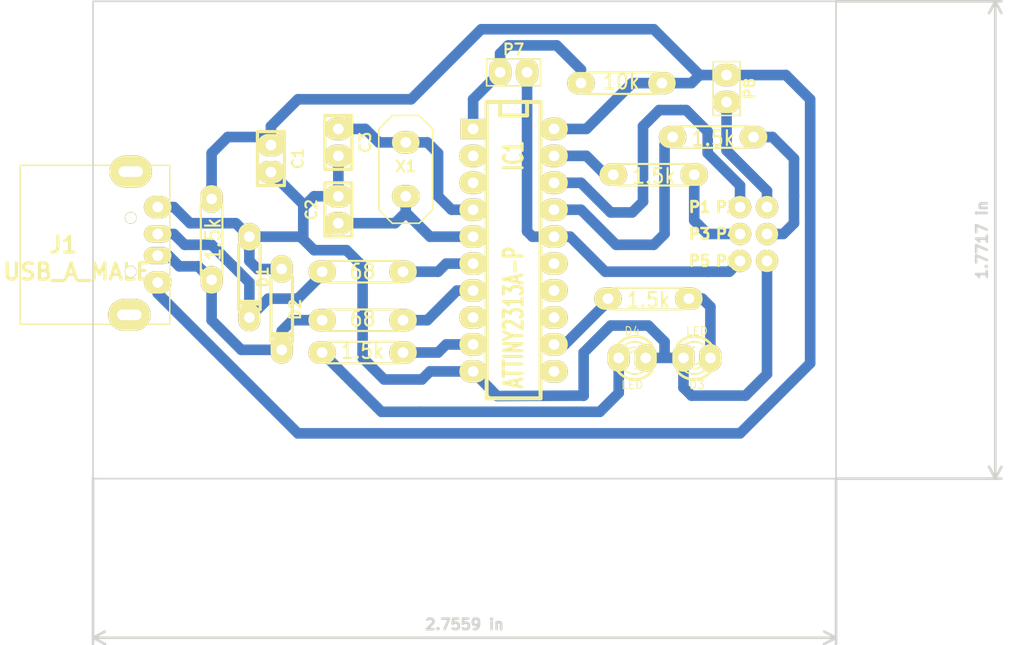
<source format=kicad_pcb>
(kicad_pcb (version 3) (host pcbnew "(2013-mar-13)-testing")

  (general
    (links 39)
    (no_connects 0)
    (area 84.598934 99.924999 185.458334 162.000001)
    (thickness 1.6)
    (drawings 6)
    (tracks 163)
    (zones 0)
    (modules 26)
    (nets 30)
  )

  (page A4)
  (layers
    (15 F.Cu signal)
    (0 B.Cu signal)
    (16 B.Adhes user)
    (17 F.Adhes user)
    (18 B.Paste user)
    (19 F.Paste user)
    (20 B.SilkS user)
    (21 F.SilkS user)
    (22 B.Mask user)
    (23 F.Mask user)
    (24 Dwgs.User user)
    (25 Cmts.User user)
    (26 Eco1.User user)
    (27 Eco2.User user)
    (28 Edge.Cuts user)
  )

  (setup
    (last_trace_width 0.254)
    (user_trace_width 0.8)
    (user_trace_width 1)
    (trace_clearance 0.254)
    (zone_clearance 0.508)
    (zone_45_only no)
    (trace_min 0.254)
    (segment_width 0.2)
    (edge_width 0.15)
    (via_size 0.889)
    (via_drill 0.635)
    (via_min_size 0.889)
    (via_min_drill 0.508)
    (uvia_size 0.508)
    (uvia_drill 0.127)
    (uvias_allowed no)
    (uvia_min_size 0.508)
    (uvia_min_drill 0.127)
    (pcb_text_width 0.3)
    (pcb_text_size 1 1)
    (mod_edge_width 0.15)
    (mod_text_size 1 1)
    (mod_text_width 0.15)
    (pad_size 1 1)
    (pad_drill 0.6)
    (pad_to_mask_clearance 0)
    (aux_axis_origin 0 0)
    (visible_elements FFFCFF7F)
    (pcbplotparams
      (layerselection 1)
      (usegerberextensions false)
      (excludeedgelayer false)
      (linewidth 0.150000)
      (plotframeref false)
      (viasonmask false)
      (mode 1)
      (useauxorigin false)
      (hpglpennumber 1)
      (hpglpenspeed 20)
      (hpglpendiameter 15)
      (hpglpenoverlay 2)
      (psnegative false)
      (psa4output false)
      (plotreference true)
      (plotvalue true)
      (plotothertext true)
      (plotinvisibletext false)
      (padsonsilk false)
      (subtractmaskfromsilk false)
      (outputformat 2)
      (mirror false)
      (drillshape 2)
      (scaleselection 1)
      (outputdirectory ""))
  )

  (net 0 "")
  (net 1 /MISO)
  (net 2 /MOSI)
  (net 3 /RST)
  (net 4 /SCK)
  (net 5 GND)
  (net 6 N-000001)
  (net 7 N-0000010)
  (net 8 N-0000011)
  (net 9 N-0000013)
  (net 10 N-0000014)
  (net 11 N-0000015)
  (net 12 N-0000016)
  (net 13 N-0000017)
  (net 14 N-0000018)
  (net 15 N-0000019)
  (net 16 N-000002)
  (net 17 N-0000020)
  (net 18 N-0000024)
  (net 19 N-0000025)
  (net 20 N-0000026)
  (net 21 N-0000027)
  (net 22 N-0000028)
  (net 23 N-0000029)
  (net 24 N-000003)
  (net 25 N-000004)
  (net 26 N-000005)
  (net 27 N-000006)
  (net 28 N-000009)
  (net 29 VCC)

  (net_class Default "Ceci est la Netclass par défaut"
    (clearance 0.254)
    (trace_width 0.254)
    (via_dia 0.889)
    (via_drill 0.635)
    (uvia_dia 0.508)
    (uvia_drill 0.127)
    (add_net "")
    (add_net /MISO)
    (add_net /MOSI)
    (add_net /RST)
    (add_net /SCK)
    (add_net GND)
    (add_net N-000001)
    (add_net N-0000010)
    (add_net N-0000011)
    (add_net N-0000013)
    (add_net N-0000014)
    (add_net N-0000015)
    (add_net N-0000016)
    (add_net N-0000017)
    (add_net N-0000018)
    (add_net N-0000019)
    (add_net N-000002)
    (add_net N-0000020)
    (add_net N-0000024)
    (add_net N-0000025)
    (add_net N-0000026)
    (add_net N-0000027)
    (add_net N-0000028)
    (add_net N-0000029)
    (add_net N-000003)
    (add_net N-000004)
    (add_net N-000005)
    (add_net N-000006)
    (add_net N-000009)
    (add_net VCC)
  )

  (module A_C1 (layer F.Cu) (tedit 5263A168) (tstamp 5289F7E5)
    (at 111.76 114.824 270)
    (descr "Condensateur e = 1 pas")
    (tags C)
    (path /5288F950)
    (fp_text reference C1 (at 0 -2.54 270) (layer F.SilkS)
      (effects (font (size 1.016 1.016) (thickness 0.2032)))
    )
    (fp_text value 0.1u (at 1.27 -1.27 270) (layer F.SilkS) hide
      (effects (font (size 1.016 1.016) (thickness 0.2032)))
    )
    (fp_line (start -2.4892 -1.27) (end 2.54 -1.27) (layer F.SilkS) (width 0.3048))
    (fp_line (start 2.54 -1.27) (end 2.54 1.27) (layer F.SilkS) (width 0.3048))
    (fp_line (start 2.54 1.27) (end -2.54 1.27) (layer F.SilkS) (width 0.3048))
    (fp_line (start -2.54 1.27) (end -2.54 -1.27) (layer F.SilkS) (width 0.3048))
    (fp_line (start -2.54 -0.635) (end -1.905 -1.27) (layer F.SilkS) (width 0.3048))
    (pad 1 thru_hole oval (at -1.27 0 270) (size 2.1 2.6) (drill 1)
      (layers *.Cu *.Mask F.SilkS)
      (net 29 VCC)
    )
    (pad 2 thru_hole oval (at 1.27 0 270) (size 2.1 2.6) (drill 1)
      (layers *.Cu *.Mask F.SilkS)
      (net 5 GND)
    )
    (model discret/capa_1_pas.wrl
      (at (xyz 0 0 0))
      (scale (xyz 1 1 1))
      (rotate (xyz 0 0 0))
    )
  )

  (module A_C1 (layer F.Cu) (tedit 5263A168) (tstamp 528903FC)
    (at 118.11 119.65 90)
    (descr "Condensateur e = 1 pas")
    (tags C)
    (path /525EBBE9)
    (fp_text reference C2 (at 0 -2.54 90) (layer F.SilkS)
      (effects (font (size 1.016 1.016) (thickness 0.2032)))
    )
    (fp_text value 27p (at 1.27 -1.27 90) (layer F.SilkS) hide
      (effects (font (size 1.016 1.016) (thickness 0.2032)))
    )
    (fp_line (start -2.4892 -1.27) (end 2.54 -1.27) (layer F.SilkS) (width 0.3048))
    (fp_line (start 2.54 -1.27) (end 2.54 1.27) (layer F.SilkS) (width 0.3048))
    (fp_line (start 2.54 1.27) (end -2.54 1.27) (layer F.SilkS) (width 0.3048))
    (fp_line (start -2.54 1.27) (end -2.54 -1.27) (layer F.SilkS) (width 0.3048))
    (fp_line (start -2.54 -0.635) (end -1.905 -1.27) (layer F.SilkS) (width 0.3048))
    (pad 1 thru_hole oval (at -1.27 0 90) (size 2.1 2.6) (drill 1)
      (layers *.Cu *.Mask F.SilkS)
      (net 27 N-000006)
    )
    (pad 2 thru_hole oval (at 1.27 0 90) (size 2.1 2.6) (drill 1)
      (layers *.Cu *.Mask F.SilkS)
      (net 5 GND)
    )
    (model discret/capa_1_pas.wrl
      (at (xyz 0 0 0))
      (scale (xyz 1 1 1))
      (rotate (xyz 0 0 0))
    )
  )

  (module A_C1 (layer F.Cu) (tedit 5263A168) (tstamp 5289F2E5)
    (at 118.11 113.3 270)
    (descr "Condensateur e = 1 pas")
    (tags C)
    (path /525EBC00)
    (fp_text reference C3 (at 0 -2.54 270) (layer F.SilkS)
      (effects (font (size 1.016 1.016) (thickness 0.2032)))
    )
    (fp_text value 27p (at 1.27 -1.27 270) (layer F.SilkS) hide
      (effects (font (size 1.016 1.016) (thickness 0.2032)))
    )
    (fp_line (start -2.4892 -1.27) (end 2.54 -1.27) (layer F.SilkS) (width 0.3048))
    (fp_line (start 2.54 -1.27) (end 2.54 1.27) (layer F.SilkS) (width 0.3048))
    (fp_line (start 2.54 1.27) (end -2.54 1.27) (layer F.SilkS) (width 0.3048))
    (fp_line (start -2.54 1.27) (end -2.54 -1.27) (layer F.SilkS) (width 0.3048))
    (fp_line (start -2.54 -0.635) (end -1.905 -1.27) (layer F.SilkS) (width 0.3048))
    (pad 1 thru_hole oval (at -1.27 0 270) (size 2.1 2.6) (drill 1)
      (layers *.Cu *.Mask F.SilkS)
      (net 22 N-0000028)
    )
    (pad 2 thru_hole oval (at 1.27 0 270) (size 2.1 2.6) (drill 1)
      (layers *.Cu *.Mask F.SilkS)
      (net 5 GND)
    )
    (model discret/capa_1_pas.wrl
      (at (xyz 0 0 0))
      (scale (xyz 1 1 1))
      (rotate (xyz 0 0 0))
    )
  )

  (module A_D3 (layer F.Cu) (tedit 52890BA8) (tstamp 52890417)
    (at 109.728 126 270)
    (descr "Diode 3 pas")
    (tags "DIODE DEV")
    (path /526383FB)
    (fp_text reference D1 (at 0 -1.27 450) (layer F.SilkS)
      (effects (font (size 1.016 1.016) (thickness 0.2032)))
    )
    (fp_text value 3.3 (at 0 0 270) (layer F.SilkS) hide
      (effects (font (size 1.016 1.016) (thickness 0.2032)))
    )
    (fp_line (start 3.81 0) (end 3.048 0) (layer F.SilkS) (width 0.3048))
    (fp_line (start 3.048 0) (end 3.048 -1.016) (layer F.SilkS) (width 0.3048))
    (fp_line (start 3.048 -1.016) (end -3.048 -1.016) (layer F.SilkS) (width 0.3048))
    (fp_line (start -3.048 -1.016) (end -3.048 0) (layer F.SilkS) (width 0.3048))
    (fp_line (start -3.048 0) (end -3.81 0) (layer F.SilkS) (width 0.3048))
    (fp_line (start -3.048 0) (end -3.048 1.016) (layer F.SilkS) (width 0.3048))
    (fp_line (start -3.048 1.016) (end 3.048 1.016) (layer F.SilkS) (width 0.3048))
    (fp_line (start 3.048 1.016) (end 3.048 0) (layer F.SilkS) (width 0.3048))
    (fp_line (start 2.54 -1.016) (end 2.54 1.016) (layer F.SilkS) (width 0.3048))
    (fp_line (start 2.286 1.016) (end 2.286 -1.016) (layer F.SilkS) (width 0.3048))
    (pad 2 thru_hole oval (at 3.81 0 270) (size 2.6 2.1) (drill 1)
      (layers *.Cu *.Mask F.SilkS)
      (net 6 N-000001)
    )
    (pad 1 thru_hole oval (at -3.81 0 270) (size 2.6 2.1) (drill 1)
      (layers *.Cu *.Mask F.SilkS)
      (net 5 GND)
    )
  )

  (module A_D3 (layer F.Cu) (tedit 5263A7A4) (tstamp 52890427)
    (at 112.776 129.048 270)
    (descr "Diode 3 pas")
    (tags "DIODE DEV")
    (path /526383CB)
    (fp_text reference D2 (at 0 -1.27 270) (layer F.SilkS)
      (effects (font (size 1.016 1.016) (thickness 0.2032)))
    )
    (fp_text value 3.3 (at 0 0 270) (layer F.SilkS) hide
      (effects (font (size 1.016 1.016) (thickness 0.2032)))
    )
    (fp_line (start 3.81 0) (end 3.048 0) (layer F.SilkS) (width 0.3048))
    (fp_line (start 3.048 0) (end 3.048 -1.016) (layer F.SilkS) (width 0.3048))
    (fp_line (start 3.048 -1.016) (end -3.048 -1.016) (layer F.SilkS) (width 0.3048))
    (fp_line (start -3.048 -1.016) (end -3.048 0) (layer F.SilkS) (width 0.3048))
    (fp_line (start -3.048 0) (end -3.81 0) (layer F.SilkS) (width 0.3048))
    (fp_line (start -3.048 0) (end -3.048 1.016) (layer F.SilkS) (width 0.3048))
    (fp_line (start -3.048 1.016) (end 3.048 1.016) (layer F.SilkS) (width 0.3048))
    (fp_line (start 3.048 1.016) (end 3.048 0) (layer F.SilkS) (width 0.3048))
    (fp_line (start 2.54 -1.016) (end 2.54 1.016) (layer F.SilkS) (width 0.3048))
    (fp_line (start 2.286 1.016) (end 2.286 -1.016) (layer F.SilkS) (width 0.3048))
    (pad 2 thru_hole oval (at 3.81 0 270) (size 2.6 2.1) (drill 1)
      (layers *.Cu *.Mask F.SilkS)
      (net 16 N-000002)
    )
    (pad 1 thru_hole oval (at -3.81 0 270) (size 2.6 2.1) (drill 1)
      (layers *.Cu *.Mask F.SilkS)
      (net 5 GND)
    )
  )

  (module A_LED-3MM (layer F.Cu) (tedit 52890053) (tstamp 52890440)
    (at 151.892 133.62 180)
    (path /5288F6E5)
    (fp_text reference D3 (at 0 -2.54 180) (layer F.SilkS)
      (effects (font (size 0.762 0.762) (thickness 0.0889)))
    )
    (fp_text value LED (at 0 2.54 180) (layer F.SilkS)
      (effects (font (size 0.762 0.762) (thickness 0.0889)))
    )
    (fp_line (start 1.8288 1.27) (end 1.8288 -1.27) (layer F.SilkS) (width 0.254))
    (fp_arc (start 0.254 0) (end -1.27 0) (angle 39.8) (layer F.SilkS) (width 0.1524))
    (fp_arc (start 0.254 0) (end -0.88392 1.01092) (angle 41.6) (layer F.SilkS) (width 0.1524))
    (fp_arc (start 0.254 0) (end 1.4097 -0.9906) (angle 40.6) (layer F.SilkS) (width 0.1524))
    (fp_arc (start 0.254 0) (end 1.778 0) (angle 39.8) (layer F.SilkS) (width 0.1524))
    (fp_arc (start 0.254 0) (end 0.254 -1.524) (angle 54.4) (layer F.SilkS) (width 0.1524))
    (fp_arc (start 0.254 0) (end -0.9652 -0.9144) (angle 53.1) (layer F.SilkS) (width 0.1524))
    (fp_arc (start 0.254 0) (end 1.45542 0.93472) (angle 52.1) (layer F.SilkS) (width 0.1524))
    (fp_arc (start 0.254 0) (end 0.254 1.524) (angle 52.1) (layer F.SilkS) (width 0.1524))
    (fp_arc (start 0.254 0) (end -0.381 0) (angle 90) (layer F.SilkS) (width 0.1524))
    (fp_arc (start 0.254 0) (end -0.762 0) (angle 90) (layer F.SilkS) (width 0.1524))
    (fp_arc (start 0.254 0) (end 0.889 0) (angle 90) (layer F.SilkS) (width 0.1524))
    (fp_arc (start 0.254 0) (end 1.27 0) (angle 90) (layer F.SilkS) (width 0.1524))
    (fp_arc (start 0.254 0) (end 0.254 -2.032) (angle 50.1) (layer F.SilkS) (width 0.254))
    (fp_arc (start 0.254 0) (end -1.5367 -0.95504) (angle 61.9) (layer F.SilkS) (width 0.254))
    (fp_arc (start 0.254 0) (end 1.8034 1.31064) (angle 49.7) (layer F.SilkS) (width 0.254))
    (fp_arc (start 0.254 0) (end 0.254 2.032) (angle 60.2) (layer F.SilkS) (width 0.254))
    (fp_arc (start 0.254 0) (end -1.778 0) (angle 28.3) (layer F.SilkS) (width 0.254))
    (fp_arc (start 0.254 0) (end -1.47574 1.06426) (angle 31.6) (layer F.SilkS) (width 0.254))
    (pad 1 thru_hole oval (at -1.27 0 180) (size 2.1 2.6) (drill 1)
      (layers *.Cu *.Mask F.SilkS)
      (net 9 N-0000013)
    )
    (pad 2 thru_hole oval (at 1.27 0 180) (size 2.1 2.6) (drill 1)
      (layers *.Cu *.Mask F.SilkS)
      (net 5 GND)
    )
  )

  (module A_LED-3MM (layer F.Cu) (tedit 52890053) (tstamp 52890459)
    (at 145.796 133.62)
    (path /5288F843)
    (fp_text reference D4 (at 0 -2.54) (layer F.SilkS)
      (effects (font (size 0.762 0.762) (thickness 0.0889)))
    )
    (fp_text value LED (at 0 2.54) (layer F.SilkS)
      (effects (font (size 0.762 0.762) (thickness 0.0889)))
    )
    (fp_line (start 1.8288 1.27) (end 1.8288 -1.27) (layer F.SilkS) (width 0.254))
    (fp_arc (start 0.254 0) (end -1.27 0) (angle 39.8) (layer F.SilkS) (width 0.1524))
    (fp_arc (start 0.254 0) (end -0.88392 1.01092) (angle 41.6) (layer F.SilkS) (width 0.1524))
    (fp_arc (start 0.254 0) (end 1.4097 -0.9906) (angle 40.6) (layer F.SilkS) (width 0.1524))
    (fp_arc (start 0.254 0) (end 1.778 0) (angle 39.8) (layer F.SilkS) (width 0.1524))
    (fp_arc (start 0.254 0) (end 0.254 -1.524) (angle 54.4) (layer F.SilkS) (width 0.1524))
    (fp_arc (start 0.254 0) (end -0.9652 -0.9144) (angle 53.1) (layer F.SilkS) (width 0.1524))
    (fp_arc (start 0.254 0) (end 1.45542 0.93472) (angle 52.1) (layer F.SilkS) (width 0.1524))
    (fp_arc (start 0.254 0) (end 0.254 1.524) (angle 52.1) (layer F.SilkS) (width 0.1524))
    (fp_arc (start 0.254 0) (end -0.381 0) (angle 90) (layer F.SilkS) (width 0.1524))
    (fp_arc (start 0.254 0) (end -0.762 0) (angle 90) (layer F.SilkS) (width 0.1524))
    (fp_arc (start 0.254 0) (end 0.889 0) (angle 90) (layer F.SilkS) (width 0.1524))
    (fp_arc (start 0.254 0) (end 1.27 0) (angle 90) (layer F.SilkS) (width 0.1524))
    (fp_arc (start 0.254 0) (end 0.254 -2.032) (angle 50.1) (layer F.SilkS) (width 0.254))
    (fp_arc (start 0.254 0) (end -1.5367 -0.95504) (angle 61.9) (layer F.SilkS) (width 0.254))
    (fp_arc (start 0.254 0) (end 1.8034 1.31064) (angle 49.7) (layer F.SilkS) (width 0.254))
    (fp_arc (start 0.254 0) (end 0.254 2.032) (angle 60.2) (layer F.SilkS) (width 0.254))
    (fp_arc (start 0.254 0) (end -1.778 0) (angle 28.3) (layer F.SilkS) (width 0.254))
    (fp_arc (start 0.254 0) (end -1.47574 1.06426) (angle 31.6) (layer F.SilkS) (width 0.254))
    (pad 1 thru_hole oval (at -1.27 0) (size 2.1 2.6) (drill 1)
      (layers *.Cu *.Mask F.SilkS)
      (net 10 N-0000014)
    )
    (pad 2 thru_hole oval (at 1.27 0) (size 2.1 2.6) (drill 1)
      (layers *.Cu *.Mask F.SilkS)
      (net 5 GND)
    )
  )

  (module A_USB_A_Male (layer F.Cu) (tedit 5263AFB1) (tstamp 52890469)
    (at 101.092 122.952 180)
    (path /5263806D)
    (fp_text reference J1 (at 8.89 0 180) (layer F.SilkS)
      (effects (font (thickness 0.3048)))
    )
    (fp_text value USB_A_MALE (at 7.62 -2.54 180) (layer F.SilkS)
      (effects (font (thickness 0.3048)))
    )
    (fp_line (start -1.143 -7.493) (end 12.954 -7.493) (layer F.SilkS) (width 0.127))
    (fp_line (start 12.954 7.493) (end -1.143 7.493) (layer F.SilkS) (width 0.127))
    (fp_line (start -1.143 -7.493) (end -1.143 7.493) (layer F.SilkS) (width 0.127))
    (fp_line (start 12.954 -7.493) (end 12.954 7.493) (layer F.SilkS) (width 0.127))
    (pad 1 thru_hole oval (at 0 -3.556 180) (size 2.6 2.1) (drill 1)
      (layers *.Cu *.Mask F.SilkS)
      (net 29 VCC)
    )
    (pad 2 thru_hole oval (at 0 -1.016 180) (size 2.6 1.6) (drill 1)
      (layers *.Cu *.Mask F.SilkS)
      (net 16 N-000002)
    )
    (pad 3 thru_hole oval (at 0 1.016 180) (size 2.6 1.6) (drill 1)
      (layers *.Cu *.Mask F.SilkS)
      (net 6 N-000001)
    )
    (pad 4 thru_hole oval (at 0 3.556 180) (size 2.6 2.1) (drill 1)
      (layers *.Cu *.Mask F.SilkS)
      (net 5 GND)
    )
    (pad 6 thru_hole oval (at 2.667 -6.604 180) (size 4 3) (drill oval 2.3 1)
      (layers *.Cu *.Mask F.SilkS)
      (net 17 N-0000020)
    )
    (pad 5 thru_hole oval (at 2.54 6.9 180) (size 4 3) (drill oval 2.3 1)
      (layers *.Cu *.Mask F.SilkS)
      (net 15 N-0000019)
    )
    (pad "" thru_hole circle (at 2.54 -2.54 180) (size 1.1 1.1) (drill 1)
      (layers *.Cu *.Mask F.SilkS)
    )
    (pad "" thru_hole circle (at 2.54 2.54 180) (size 1.1 1.1) (drill 1)
      (layers *.Cu *.Mask F.SilkS)
    )
  )

  (module A_1pin (layer F.Cu) (tedit 52890979) (tstamp 5289046E)
    (at 155.956 119.396)
    (descr "module 1 pin")
    (path /5288FB52)
    (fp_text reference P1 (at -3.81 0) (layer F.SilkS)
      (effects (font (size 1.016 1.016) (thickness 0.254)))
    )
    (fp_text value CONN_1 (at 3.81 0) (layer F.SilkS) hide
      (effects (font (size 1.016 1.016) (thickness 0.254)))
    )
    (pad 1 thru_hole oval (at 0 0) (size 2.1 2.1) (drill 1)
      (layers *.Cu *.Mask F.SilkS)
      (net 1 /MISO)
    )
  )

  (module A_1pin (layer F.Cu) (tedit 52890995) (tstamp 52890473)
    (at 158.496 119.396)
    (descr "module 1 pin")
    (path /5288FCB0)
    (fp_text reference P2 (at -3.81 0) (layer F.SilkS)
      (effects (font (size 1.016 1.016) (thickness 0.254)))
    )
    (fp_text value CONN_1 (at 3.81 0) (layer F.SilkS) hide
      (effects (font (size 1.016 1.016) (thickness 0.254)))
    )
    (pad 1 thru_hole oval (at 0 0) (size 2.1 2.1) (drill 1)
      (layers *.Cu *.Mask F.SilkS)
      (net 12 N-0000016)
    )
  )

  (module A_1pin (layer F.Cu) (tedit 52890983) (tstamp 52890478)
    (at 155.956 121.936)
    (descr "module 1 pin")
    (path /5288FC7A)
    (fp_text reference P3 (at -3.81 0) (layer F.SilkS)
      (effects (font (size 1.016 1.016) (thickness 0.254)))
    )
    (fp_text value CONN_1 (at 3.81 0) (layer F.SilkS) hide
      (effects (font (size 1.016 1.016) (thickness 0.254)))
    )
    (pad 1 thru_hole oval (at 0 0) (size 2.1 2.1) (drill 1)
      (layers *.Cu *.Mask F.SilkS)
      (net 4 /SCK)
    )
  )

  (module A_1pin (layer F.Cu) (tedit 5289099C) (tstamp 5289047D)
    (at 158.496 121.936)
    (descr "module 1 pin")
    (path /5288FC85)
    (fp_text reference P4 (at -3.81 0) (layer F.SilkS)
      (effects (font (size 1.016 1.016) (thickness 0.254)))
    )
    (fp_text value CONN_1 (at 3.81 0) (layer F.SilkS) hide
      (effects (font (size 1.016 1.016) (thickness 0.254)))
    )
    (pad 1 thru_hole oval (at 0 0) (size 2.1 2.1) (drill 1)
      (layers *.Cu *.Mask F.SilkS)
      (net 2 /MOSI)
    )
  )

  (module A_1pin (layer F.Cu) (tedit 5289098B) (tstamp 52890482)
    (at 155.956 124.476)
    (descr "module 1 pin")
    (path /5288FC90)
    (fp_text reference P5 (at -3.81 0) (layer F.SilkS)
      (effects (font (size 1.016 1.016) (thickness 0.254)))
    )
    (fp_text value CONN_1 (at 3.81 0) (layer F.SilkS) hide
      (effects (font (size 1.016 1.016) (thickness 0.254)))
    )
    (pad 1 thru_hole oval (at 0 0) (size 2.1 2.1) (drill 1)
      (layers *.Cu *.Mask F.SilkS)
      (net 3 /RST)
    )
  )

  (module A_1pin (layer F.Cu) (tedit 528909A4) (tstamp 52890487)
    (at 158.496 124.476)
    (descr "module 1 pin")
    (path /5288FD16)
    (fp_text reference P6 (at -3.81 0) (layer F.SilkS)
      (effects (font (size 1.016 1.016) (thickness 0.254)))
    )
    (fp_text value CONN_1 (at 3.81 0) (layer F.SilkS) hide
      (effects (font (size 1.016 1.016) (thickness 0.254)))
    )
    (pad 1 thru_hole oval (at 0 0) (size 2.1 2.1) (drill 1)
      (layers *.Cu *.Mask F.SilkS)
      (net 5 GND)
    )
  )

  (module A_PIN_ARRAY-2X1 (layer F.Cu) (tedit 52863A76) (tstamp 52890491)
    (at 134.62 106.696)
    (path /5288FE0E)
    (fp_text reference P7 (at 0 -2.159) (layer F.SilkS)
      (effects (font (size 1.016 1.016) (thickness 0.2032)))
    )
    (fp_text value CONN_2 (at 0 2.159) (layer F.SilkS) hide
      (effects (font (size 1.016 0.889) (thickness 0.2032)))
    )
    (fp_line (start 2.54 -1.27) (end 2.54 1.27) (layer F.SilkS) (width 0.15))
    (fp_line (start 2.54 1.27) (end -2.54 1.27) (layer F.SilkS) (width 0.15))
    (fp_line (start -2.54 1.27) (end -2.54 -1.27) (layer F.SilkS) (width 0.15))
    (fp_line (start -2.54 -1.27) (end 2.54 -1.27) (layer F.SilkS) (width 0.15))
    (pad 1 thru_hole oval (at -1.27 0) (size 2.1 2.6) (drill 1)
      (layers *.Cu *.Mask F.SilkS)
      (net 8 N-0000011)
    )
    (pad 2 thru_hole oval (at 1.27 0) (size 2.1 2.6) (drill 1)
      (layers *.Cu *.Mask F.SilkS)
      (net 3 /RST)
    )
  )

  (module A_PIN_ARRAY-2X1 (layer F.Cu) (tedit 52863A76) (tstamp 5289049B)
    (at 154.686 108.22 270)
    (path /5288FCA3)
    (fp_text reference P8 (at 0 -2.159 270) (layer F.SilkS)
      (effects (font (size 1.016 1.016) (thickness 0.2032)))
    )
    (fp_text value CONN_2 (at 0 2.159 270) (layer F.SilkS) hide
      (effects (font (size 1.016 0.889) (thickness 0.2032)))
    )
    (fp_line (start 2.54 -1.27) (end 2.54 1.27) (layer F.SilkS) (width 0.15))
    (fp_line (start 2.54 1.27) (end -2.54 1.27) (layer F.SilkS) (width 0.15))
    (fp_line (start -2.54 1.27) (end -2.54 -1.27) (layer F.SilkS) (width 0.15))
    (fp_line (start -2.54 -1.27) (end 2.54 -1.27) (layer F.SilkS) (width 0.15))
    (pad 1 thru_hole oval (at -1.27 0 270) (size 2.1 2.6) (drill 1)
      (layers *.Cu *.Mask F.SilkS)
      (net 29 VCC)
    )
    (pad 2 thru_hole oval (at 1.27 0 270) (size 2.1 2.6) (drill 1)
      (layers *.Cu *.Mask F.SilkS)
      (net 12 N-0000016)
    )
  )

  (module A_R3 (layer F.Cu) (tedit 52639C1D) (tstamp 528904A9)
    (at 144.78 107.712 180)
    (descr "Resitance 3 pas")
    (tags R)
    (path /5288FD60)
    (autoplace_cost180 10)
    (fp_text reference R1 (at 0 -1.27 180) (layer F.SilkS) hide
      (effects (font (size 1.397 1.27) (thickness 0.2032)))
    )
    (fp_text value 10k (at 0 0.127 180) (layer F.SilkS)
      (effects (font (size 1.397 1.27) (thickness 0.2032)))
    )
    (fp_line (start -3.81 0) (end -3.302 0) (layer F.SilkS) (width 0.2032))
    (fp_line (start 3.81 0) (end 3.302 0) (layer F.SilkS) (width 0.2032))
    (fp_line (start 3.302 0) (end 3.302 -1.016) (layer F.SilkS) (width 0.2032))
    (fp_line (start 3.302 -1.016) (end -3.302 -1.016) (layer F.SilkS) (width 0.2032))
    (fp_line (start -3.302 -1.016) (end -3.302 1.016) (layer F.SilkS) (width 0.2032))
    (fp_line (start -3.302 1.016) (end 3.302 1.016) (layer F.SilkS) (width 0.2032))
    (fp_line (start 3.302 1.016) (end 3.302 0) (layer F.SilkS) (width 0.2032))
    (fp_line (start -3.302 -0.508) (end -2.794 -1.016) (layer F.SilkS) (width 0.2032))
    (pad 1 thru_hole oval (at -3.81 0 180) (size 2.6 2.1) (drill 1)
      (layers *.Cu *.Mask F.SilkS)
      (net 29 VCC)
    )
    (pad 2 thru_hole oval (at 3.81 0 180) (size 2.6 2.1) (drill 1)
      (layers *.Cu *.Mask F.SilkS)
      (net 8 N-0000011)
    )
  )

  (module A_R3 (layer F.Cu) (tedit 52639C1D) (tstamp 528904B7)
    (at 153.416 112.792)
    (descr "Resitance 3 pas")
    (tags R)
    (path /5288F591)
    (autoplace_cost180 10)
    (fp_text reference R2 (at 0 -1.27) (layer F.SilkS) hide
      (effects (font (size 1.397 1.27) (thickness 0.2032)))
    )
    (fp_text value 1.5k (at 0 0.127) (layer F.SilkS)
      (effects (font (size 1.397 1.27) (thickness 0.2032)))
    )
    (fp_line (start -3.81 0) (end -3.302 0) (layer F.SilkS) (width 0.2032))
    (fp_line (start 3.81 0) (end 3.302 0) (layer F.SilkS) (width 0.2032))
    (fp_line (start 3.302 0) (end 3.302 -1.016) (layer F.SilkS) (width 0.2032))
    (fp_line (start 3.302 -1.016) (end -3.302 -1.016) (layer F.SilkS) (width 0.2032))
    (fp_line (start -3.302 -1.016) (end -3.302 1.016) (layer F.SilkS) (width 0.2032))
    (fp_line (start -3.302 1.016) (end 3.302 1.016) (layer F.SilkS) (width 0.2032))
    (fp_line (start 3.302 1.016) (end 3.302 0) (layer F.SilkS) (width 0.2032))
    (fp_line (start -3.302 -0.508) (end -2.794 -1.016) (layer F.SilkS) (width 0.2032))
    (pad 1 thru_hole oval (at -3.81 0) (size 2.6 2.1) (drill 1)
      (layers *.Cu *.Mask F.SilkS)
      (net 25 N-000004)
    )
    (pad 2 thru_hole oval (at 3.81 0) (size 2.6 2.1) (drill 1)
      (layers *.Cu *.Mask F.SilkS)
      (net 2 /MOSI)
    )
  )

  (module A_R3 (layer F.Cu) (tedit 52639C1D) (tstamp 528904C5)
    (at 147.828 116.348)
    (descr "Resitance 3 pas")
    (tags R)
    (path /5288F59E)
    (autoplace_cost180 10)
    (fp_text reference R3 (at 0 -1.27) (layer F.SilkS) hide
      (effects (font (size 1.397 1.27) (thickness 0.2032)))
    )
    (fp_text value 1.5k (at 0 0.127) (layer F.SilkS)
      (effects (font (size 1.397 1.27) (thickness 0.2032)))
    )
    (fp_line (start -3.81 0) (end -3.302 0) (layer F.SilkS) (width 0.2032))
    (fp_line (start 3.81 0) (end 3.302 0) (layer F.SilkS) (width 0.2032))
    (fp_line (start 3.302 0) (end 3.302 -1.016) (layer F.SilkS) (width 0.2032))
    (fp_line (start 3.302 -1.016) (end -3.302 -1.016) (layer F.SilkS) (width 0.2032))
    (fp_line (start -3.302 -1.016) (end -3.302 1.016) (layer F.SilkS) (width 0.2032))
    (fp_line (start -3.302 1.016) (end 3.302 1.016) (layer F.SilkS) (width 0.2032))
    (fp_line (start 3.302 1.016) (end 3.302 0) (layer F.SilkS) (width 0.2032))
    (fp_line (start -3.302 -0.508) (end -2.794 -1.016) (layer F.SilkS) (width 0.2032))
    (pad 1 thru_hole oval (at -3.81 0) (size 2.6 2.1) (drill 1)
      (layers *.Cu *.Mask F.SilkS)
      (net 26 N-000005)
    )
    (pad 2 thru_hole oval (at 3.81 0) (size 2.6 2.1) (drill 1)
      (layers *.Cu *.Mask F.SilkS)
      (net 4 /SCK)
    )
  )

  (module A_R3 (layer F.Cu) (tedit 52890BB5) (tstamp 528904D3)
    (at 120.396 125.492 180)
    (descr "Resitance 3 pas")
    (tags R)
    (path /5263811A)
    (autoplace_cost180 10)
    (fp_text reference R4 (at 0 -1.27 180) (layer F.SilkS) hide
      (effects (font (size 1.397 1.27) (thickness 0.2032)))
    )
    (fp_text value 68 (at 0 0 180) (layer F.SilkS)
      (effects (font (size 1.397 1.27) (thickness 0.2032)))
    )
    (fp_line (start -3.81 0) (end -3.302 0) (layer F.SilkS) (width 0.2032))
    (fp_line (start 3.81 0) (end 3.302 0) (layer F.SilkS) (width 0.2032))
    (fp_line (start 3.302 0) (end 3.302 -1.016) (layer F.SilkS) (width 0.2032))
    (fp_line (start 3.302 -1.016) (end -3.302 -1.016) (layer F.SilkS) (width 0.2032))
    (fp_line (start -3.302 -1.016) (end -3.302 1.016) (layer F.SilkS) (width 0.2032))
    (fp_line (start -3.302 1.016) (end 3.302 1.016) (layer F.SilkS) (width 0.2032))
    (fp_line (start 3.302 1.016) (end 3.302 0) (layer F.SilkS) (width 0.2032))
    (fp_line (start -3.302 -0.508) (end -2.794 -1.016) (layer F.SilkS) (width 0.2032))
    (pad 1 thru_hole oval (at -3.81 0 180) (size 2.6 2.1) (drill 1)
      (layers *.Cu *.Mask F.SilkS)
      (net 24 N-000003)
    )
    (pad 2 thru_hole oval (at 3.81 0 180) (size 2.6 2.1) (drill 1)
      (layers *.Cu *.Mask F.SilkS)
      (net 6 N-000001)
    )
  )

  (module A_R3 (layer F.Cu) (tedit 52639C1D) (tstamp 528908FE)
    (at 120.396 130.064 180)
    (descr "Resitance 3 pas")
    (tags R)
    (path /5263810D)
    (autoplace_cost180 10)
    (fp_text reference R5 (at 0 -1.27 180) (layer F.SilkS) hide
      (effects (font (size 1.397 1.27) (thickness 0.2032)))
    )
    (fp_text value 68 (at 0 0.127 180) (layer F.SilkS)
      (effects (font (size 1.397 1.27) (thickness 0.2032)))
    )
    (fp_line (start -3.81 0) (end -3.302 0) (layer F.SilkS) (width 0.2032))
    (fp_line (start 3.81 0) (end 3.302 0) (layer F.SilkS) (width 0.2032))
    (fp_line (start 3.302 0) (end 3.302 -1.016) (layer F.SilkS) (width 0.2032))
    (fp_line (start 3.302 -1.016) (end -3.302 -1.016) (layer F.SilkS) (width 0.2032))
    (fp_line (start -3.302 -1.016) (end -3.302 1.016) (layer F.SilkS) (width 0.2032))
    (fp_line (start -3.302 1.016) (end 3.302 1.016) (layer F.SilkS) (width 0.2032))
    (fp_line (start 3.302 1.016) (end 3.302 0) (layer F.SilkS) (width 0.2032))
    (fp_line (start -3.302 -0.508) (end -2.794 -1.016) (layer F.SilkS) (width 0.2032))
    (pad 1 thru_hole oval (at -3.81 0 180) (size 2.6 2.1) (drill 1)
      (layers *.Cu *.Mask F.SilkS)
      (net 7 N-0000010)
    )
    (pad 2 thru_hole oval (at 3.81 0 180) (size 2.6 2.1) (drill 1)
      (layers *.Cu *.Mask F.SilkS)
      (net 16 N-000002)
    )
  )

  (module A_R3 (layer F.Cu) (tedit 52890C13) (tstamp 5289F7D9)
    (at 106.172 122.444 90)
    (descr "Resitance 3 pas")
    (tags R)
    (path /526382E7)
    (autoplace_cost180 10)
    (fp_text reference R6 (at 0 -1.27 90) (layer F.SilkS) hide
      (effects (font (size 1.397 1.27) (thickness 0.2032)))
    )
    (fp_text value 1.5k (at 0 0.127 270) (layer F.SilkS)
      (effects (font (size 1.397 1.27) (thickness 0.2032)))
    )
    (fp_line (start -3.81 0) (end -3.302 0) (layer F.SilkS) (width 0.2032))
    (fp_line (start 3.81 0) (end 3.302 0) (layer F.SilkS) (width 0.2032))
    (fp_line (start 3.302 0) (end 3.302 -1.016) (layer F.SilkS) (width 0.2032))
    (fp_line (start 3.302 -1.016) (end -3.302 -1.016) (layer F.SilkS) (width 0.2032))
    (fp_line (start -3.302 -1.016) (end -3.302 1.016) (layer F.SilkS) (width 0.2032))
    (fp_line (start -3.302 1.016) (end 3.302 1.016) (layer F.SilkS) (width 0.2032))
    (fp_line (start 3.302 1.016) (end 3.302 0) (layer F.SilkS) (width 0.2032))
    (fp_line (start -3.302 -0.508) (end -2.794 -1.016) (layer F.SilkS) (width 0.2032))
    (pad 1 thru_hole oval (at -3.81 0 90) (size 2.6 2.1) (drill 1)
      (layers *.Cu *.Mask F.SilkS)
      (net 16 N-000002)
    )
    (pad 2 thru_hole oval (at 3.81 0 90) (size 2.6 2.1) (drill 1)
      (layers *.Cu *.Mask F.SilkS)
      (net 29 VCC)
    )
  )

  (module A_R3 (layer F.Cu) (tedit 52639C1D) (tstamp 528904FD)
    (at 147.32 128.032)
    (descr "Resitance 3 pas")
    (tags R)
    (path /5288F890)
    (autoplace_cost180 10)
    (fp_text reference R7 (at 0 -1.27) (layer F.SilkS) hide
      (effects (font (size 1.397 1.27) (thickness 0.2032)))
    )
    (fp_text value 1.5k (at 0 0.127) (layer F.SilkS)
      (effects (font (size 1.397 1.27) (thickness 0.2032)))
    )
    (fp_line (start -3.81 0) (end -3.302 0) (layer F.SilkS) (width 0.2032))
    (fp_line (start 3.81 0) (end 3.302 0) (layer F.SilkS) (width 0.2032))
    (fp_line (start 3.302 0) (end 3.302 -1.016) (layer F.SilkS) (width 0.2032))
    (fp_line (start 3.302 -1.016) (end -3.302 -1.016) (layer F.SilkS) (width 0.2032))
    (fp_line (start -3.302 -1.016) (end -3.302 1.016) (layer F.SilkS) (width 0.2032))
    (fp_line (start -3.302 1.016) (end 3.302 1.016) (layer F.SilkS) (width 0.2032))
    (fp_line (start 3.302 1.016) (end 3.302 0) (layer F.SilkS) (width 0.2032))
    (fp_line (start -3.302 -0.508) (end -2.794 -1.016) (layer F.SilkS) (width 0.2032))
    (pad 1 thru_hole oval (at -3.81 0) (size 2.6 2.1) (drill 1)
      (layers *.Cu *.Mask F.SilkS)
      (net 28 N-000009)
    )
    (pad 2 thru_hole oval (at 3.81 0) (size 2.6 2.1) (drill 1)
      (layers *.Cu *.Mask F.SilkS)
      (net 9 N-0000013)
    )
  )

  (module A_R3 (layer F.Cu) (tedit 52639C1D) (tstamp 5289050B)
    (at 120.396 133.112 180)
    (descr "Resitance 3 pas")
    (tags R)
    (path /5288F896)
    (autoplace_cost180 10)
    (fp_text reference R8 (at 0 -1.27 180) (layer F.SilkS) hide
      (effects (font (size 1.397 1.27) (thickness 0.2032)))
    )
    (fp_text value 1.5k (at 0 0.127 180) (layer F.SilkS)
      (effects (font (size 1.397 1.27) (thickness 0.2032)))
    )
    (fp_line (start -3.81 0) (end -3.302 0) (layer F.SilkS) (width 0.2032))
    (fp_line (start 3.81 0) (end 3.302 0) (layer F.SilkS) (width 0.2032))
    (fp_line (start 3.302 0) (end 3.302 -1.016) (layer F.SilkS) (width 0.2032))
    (fp_line (start 3.302 -1.016) (end -3.302 -1.016) (layer F.SilkS) (width 0.2032))
    (fp_line (start -3.302 -1.016) (end -3.302 1.016) (layer F.SilkS) (width 0.2032))
    (fp_line (start -3.302 1.016) (end 3.302 1.016) (layer F.SilkS) (width 0.2032))
    (fp_line (start 3.302 1.016) (end 3.302 0) (layer F.SilkS) (width 0.2032))
    (fp_line (start -3.302 -0.508) (end -2.794 -1.016) (layer F.SilkS) (width 0.2032))
    (pad 1 thru_hole oval (at -3.81 0 180) (size 2.6 2.1) (drill 1)
      (layers *.Cu *.Mask F.SilkS)
      (net 11 N-0000015)
    )
    (pad 2 thru_hole oval (at 3.81 0 180) (size 2.6 2.1) (drill 1)
      (layers *.Cu *.Mask F.SilkS)
      (net 10 N-0000014)
    )
  )

  (module A_Quartz (layer F.Cu) (tedit 5289035F) (tstamp 52890519)
    (at 124.46 114.57 270)
    (descr Quartz)
    (tags Q)
    (path /525EBBD0)
    (fp_text reference X1 (at 1 0 360) (layer F.SilkS)
      (effects (font (size 1.016 1.016) (thickness 0.2032)))
    )
    (fp_text value 12MHz (at 1.27 -1.27 270) (layer F.SilkS) hide
      (effects (font (size 1.016 1.016) (thickness 0.2032)))
    )
    (fp_line (start 6.35 1.27) (end 6.35 -1.27) (layer F.SilkS) (width 0.15))
    (fp_line (start 6.35 -1.27) (end 5.08 -2.54) (layer F.SilkS) (width 0.15))
    (fp_line (start 5.08 -2.54) (end -2.54 -2.54) (layer F.SilkS) (width 0.15))
    (fp_line (start -2.54 -2.54) (end -3.81 -1.27) (layer F.SilkS) (width 0.15))
    (fp_line (start -3.81 -1.27) (end -3.81 1.27) (layer F.SilkS) (width 0.15))
    (fp_line (start -3.81 1.27) (end -2.54 2.54) (layer F.SilkS) (width 0.15))
    (fp_line (start -2.54 2.54) (end 5.08 2.54) (layer F.SilkS) (width 0.15))
    (fp_line (start 5.08 2.54) (end 6.35 1.27) (layer F.SilkS) (width 0.15))
    (pad 1 thru_hole oval (at -1.27 0 270) (size 2.1 2.6) (drill 1)
      (layers *.Cu *.Mask F.SilkS)
      (net 22 N-0000028)
    )
    (pad 2 thru_hole oval (at 3.81 0 270) (size 2.1 2.6) (drill 1)
      (layers *.Cu *.Mask F.SilkS)
      (net 27 N-000006)
    )
  )

  (module A_DIP-20 (layer F.Cu) (tedit 528901FA) (tstamp 528906E0)
    (at 134.62 123.46 270)
    (path /5288F499)
    (fp_text reference IC1 (at -8.89 0 270) (layer F.SilkS)
      (effects (font (size 1.778 1.143) (thickness 0.28575)))
    )
    (fp_text value ATTINY2313A-P (at 6.35 0 270) (layer F.SilkS)
      (effects (font (size 1.778 1.143) (thickness 0.28575)))
    )
    (fp_line (start -13.97 -1.27) (end -12.7 -1.27) (layer F.SilkS) (width 0.381))
    (fp_line (start -12.7 -1.27) (end -12.7 1.27) (layer F.SilkS) (width 0.381))
    (fp_line (start -12.7 1.27) (end -13.97 1.27) (layer F.SilkS) (width 0.381))
    (fp_line (start -13.97 -2.54) (end 13.97 -2.54) (layer F.SilkS) (width 0.381))
    (fp_line (start 13.97 -2.54) (end 13.97 2.54) (layer F.SilkS) (width 0.381))
    (fp_line (start 13.97 2.54) (end -13.97 2.54) (layer F.SilkS) (width 0.381))
    (fp_line (start -13.97 2.54) (end -13.97 -2.54) (layer F.SilkS) (width 0.381))
    (pad 1 thru_hole rect (at -11.43 3.81 270) (size 1.9 2.4) (drill 1)
      (layers *.Cu *.Mask F.SilkS)
      (net 8 N-0000011)
    )
    (pad 2 thru_hole oval (at -8.89 3.81 270) (size 2.1 2.6) (drill 1)
      (layers *.Cu *.Mask F.SilkS)
      (net 13 N-0000017)
    )
    (pad 3 thru_hole oval (at -6.35 3.81 270) (size 2.1 2.6) (drill 1)
      (layers *.Cu *.Mask F.SilkS)
      (net 14 N-0000018)
    )
    (pad 4 thru_hole oval (at -3.81 3.81 270) (size 2.1 2.6) (drill 1)
      (layers *.Cu *.Mask F.SilkS)
      (net 22 N-0000028)
    )
    (pad 5 thru_hole oval (at -1.27 3.81 270) (size 2.1 2.6) (drill 1)
      (layers *.Cu *.Mask F.SilkS)
      (net 27 N-000006)
    )
    (pad 6 thru_hole oval (at 1.27 3.81 270) (size 2.1 2.6) (drill 1)
      (layers *.Cu *.Mask F.SilkS)
      (net 24 N-000003)
    )
    (pad 7 thru_hole oval (at 3.81 3.81 270) (size 2.1 2.6) (drill 1)
      (layers *.Cu *.Mask F.SilkS)
      (net 7 N-0000010)
    )
    (pad 8 thru_hole oval (at 6.35 3.81 270) (size 2.1 2.6) (drill 1)
      (layers *.Cu *.Mask F.SilkS)
      (net 19 N-0000025)
    )
    (pad 9 thru_hole oval (at 8.89 3.81 270) (size 2.1 2.6) (drill 1)
      (layers *.Cu *.Mask F.SilkS)
      (net 11 N-0000015)
    )
    (pad 10 thru_hole oval (at 11.43 3.81 270) (size 2.1 2.6) (drill 1)
      (layers *.Cu *.Mask F.SilkS)
      (net 5 GND)
    )
    (pad 11 thru_hole oval (at 11.43 -3.81 270) (size 2.1 2.6) (drill 1)
      (layers *.Cu *.Mask F.SilkS)
      (net 20 N-0000026)
    )
    (pad 12 thru_hole oval (at 8.89 -3.81 270) (size 2.1 2.6) (drill 1)
      (layers *.Cu *.Mask F.SilkS)
      (net 28 N-000009)
    )
    (pad 13 thru_hole oval (at 6.35 -3.81 270) (size 2.1 2.6) (drill 1)
      (layers *.Cu *.Mask F.SilkS)
      (net 21 N-0000027)
    )
    (pad 14 thru_hole oval (at 3.81 -3.81 270) (size 2.1 2.6) (drill 1)
      (layers *.Cu *.Mask F.SilkS)
      (net 18 N-0000024)
    )
    (pad 15 thru_hole oval (at 1.27 -3.81 270) (size 2.1 2.6) (drill 1)
      (layers *.Cu *.Mask F.SilkS)
      (net 23 N-0000029)
    )
    (pad 16 thru_hole oval (at -1.27 -3.81 270) (size 2.1 2.6) (drill 1)
      (layers *.Cu *.Mask F.SilkS)
      (net 3 /RST)
    )
    (pad 17 thru_hole oval (at -3.81 -3.81 270) (size 2.1 2.6) (drill 1)
      (layers *.Cu *.Mask F.SilkS)
      (net 25 N-000004)
    )
    (pad 18 thru_hole oval (at -6.35 -3.81 270) (size 2.1 2.6) (drill 1)
      (layers *.Cu *.Mask F.SilkS)
      (net 1 /MISO)
    )
    (pad 19 thru_hole oval (at -8.89 -3.81 270) (size 2.1 2.6) (drill 1)
      (layers *.Cu *.Mask F.SilkS)
      (net 26 N-000005)
    )
    (pad 20 thru_hole oval (at -11.43 -3.81 270) (size 2.1 2.6) (drill 1)
      (layers *.Cu *.Mask F.SilkS)
      (net 29 VCC)
    )
  )

  (dimension 45 (width 0.25) (layer Edge.Cuts)
    (gr_text "45,000 mm" (at 181 122.5 90) (layer Edge.Cuts)
      (effects (font (size 1 1) (thickness 0.25)))
    )
    (feature1 (pts (xy 165 100) (xy 182 100)))
    (feature2 (pts (xy 165 145) (xy 182 145)))
    (crossbar (pts (xy 180 145) (xy 180 100)))
    (arrow1a (pts (xy 180 100) (xy 180.586421 101.126504)))
    (arrow1b (pts (xy 180 100) (xy 179.413579 101.126504)))
    (arrow2a (pts (xy 180 145) (xy 180.586421 143.873496)))
    (arrow2b (pts (xy 180 145) (xy 179.413579 143.873496)))
  )
  (dimension 70 (width 0.25) (layer Edge.Cuts)
    (gr_text "70,000 mm" (at 130 161) (layer Edge.Cuts)
      (effects (font (size 1 1) (thickness 0.25)))
    )
    (feature1 (pts (xy 165 145) (xy 165 162)))
    (feature2 (pts (xy 95 145) (xy 95 162)))
    (crossbar (pts (xy 95 160) (xy 165 160)))
    (arrow1a (pts (xy 165 160) (xy 163.873496 160.586421)))
    (arrow1b (pts (xy 165 160) (xy 163.873496 159.413579)))
    (arrow2a (pts (xy 95 160) (xy 96.126504 160.586421)))
    (arrow2b (pts (xy 95 160) (xy 96.126504 159.413579)))
  )
  (gr_line (start 95 145) (end 95 100) (angle 90) (layer Edge.Cuts) (width 0.15))
  (gr_line (start 165 145) (end 95 145) (angle 90) (layer Edge.Cuts) (width 0.15))
  (gr_line (start 165 100) (end 165 145) (angle 90) (layer Edge.Cuts) (width 0.15))
  (gr_line (start 95 100) (end 165 100) (angle 90) (layer Edge.Cuts) (width 0.15))

  (segment (start 150.368 110.252) (end 150.876 110.252) (width 1) (layer B.Cu) (net 1))
  (segment (start 138.43 117.11) (end 140.97 117.11) (width 1) (layer B.Cu) (net 1) (tstamp 5289F8E0))
  (segment (start 143.764 119.904) (end 140.97 117.11) (width 1) (layer B.Cu) (net 1) (tstamp 5289F8DE))
  (segment (start 145.796 119.904) (end 143.764 119.904) (width 1) (layer B.Cu) (net 1) (tstamp 5289F8DC))
  (segment (start 146.812 118.888) (end 145.796 119.904) (width 1) (layer B.Cu) (net 1) (tstamp 5289F8DB))
  (segment (start 146.812 111.776) (end 146.812 118.888) (width 1) (layer B.Cu) (net 1) (tstamp 5289F8D9))
  (segment (start 148.336 110.252) (end 146.812 111.776) (width 1) (layer B.Cu) (net 1) (tstamp 5289F8D7))
  (segment (start 150.368 110.252) (end 148.336 110.252) (width 1) (layer B.Cu) (net 1) (tstamp 5289F8D6))
  (segment (start 155.956 117.364) (end 155.956 119.396) (width 1) (layer B.Cu) (net 1))
  (segment (start 152.908 114.316) (end 155.956 117.364) (width 1) (layer B.Cu) (net 1) (tstamp 5289FB32))
  (segment (start 152.908 112.284) (end 152.908 114.316) (width 1) (layer B.Cu) (net 1) (tstamp 5289FB31))
  (segment (start 150.876 110.252) (end 152.908 112.284) (width 1) (layer B.Cu) (net 1) (tstamp 5289FB2E))
  (segment (start 161.036 118.38) (end 161.036 120.92) (width 1) (layer B.Cu) (net 2))
  (segment (start 161.036 118.38) (end 161.036 114.824) (width 1) (layer B.Cu) (net 2) (tstamp 5289F8BC))
  (segment (start 161.036 114.824) (end 159.004 112.792) (width 1) (layer B.Cu) (net 2) (tstamp 5289F8BD))
  (segment (start 157.226 112.792) (end 159.004 112.792) (width 1) (layer B.Cu) (net 2) (tstamp 5289F8BE))
  (segment (start 160.02 121.936) (end 158.496 121.936) (width 1) (layer B.Cu) (net 2) (tstamp 5289FAD5))
  (segment (start 161.036 120.92) (end 160.02 121.936) (width 1) (layer B.Cu) (net 2) (tstamp 5289FAD2))
  (segment (start 152.908 125.492) (end 154.94 125.492) (width 1) (layer B.Cu) (net 3))
  (segment (start 152.908 125.492) (end 143.256 125.492) (width 1) (layer B.Cu) (net 3) (tstamp 5289F7F3))
  (segment (start 143.256 125.492) (end 139.954 122.19) (width 1) (layer B.Cu) (net 3) (tstamp 5289F7F5))
  (segment (start 138.43 122.19) (end 139.954 122.19) (width 1) (layer B.Cu) (net 3) (tstamp 5289F7F6))
  (segment (start 154.94 125.492) (end 155.956 124.476) (width 1) (layer B.Cu) (net 3) (tstamp 5289FAC9))
  (segment (start 135.89 106.696) (end 135.89 121.682) (width 1) (layer B.Cu) (net 3))
  (segment (start 136.398 122.19) (end 138.43 122.19) (width 1) (layer B.Cu) (net 3) (tstamp 5289F96D))
  (segment (start 135.89 121.682) (end 136.398 122.19) (width 1) (layer B.Cu) (net 3) (tstamp 5289F96A))
  (segment (start 151.638 116.348) (end 151.638 120.666) (width 1) (layer B.Cu) (net 4))
  (segment (start 152.908 121.936) (end 155.956 121.936) (width 1) (layer B.Cu) (net 4) (tstamp 5289FB02))
  (segment (start 151.638 120.666) (end 152.908 121.936) (width 1) (layer B.Cu) (net 4) (tstamp 5289FB00))
  (segment (start 158.496 124.476) (end 158.496 135.144) (width 1) (layer B.Cu) (net 5))
  (segment (start 150.622 136.414) (end 151.384 137.176) (width 1) (layer B.Cu) (net 5) (tstamp 5289F5AE))
  (segment (start 151.384 137.176) (end 156.464 137.176) (width 1) (layer B.Cu) (net 5) (tstamp 5289F5AF))
  (segment (start 156.464 137.176) (end 158.496 135.144) (width 1) (layer B.Cu) (net 5) (tstamp 5289F5B1))
  (segment (start 150.622 136.414) (end 150.622 133.62) (width 1) (layer B.Cu) (net 5))
  (segment (start 114.808 119.142) (end 111.76 116.094) (width 1) (layer B.Cu) (net 5) (tstamp 5289F373))
  (segment (start 148.844 133.62) (end 150.622 133.62) (width 1) (layer B.Cu) (net 5))
  (segment (start 148.844 133.112) (end 148.844 133.62) (width 1) (layer B.Cu) (net 5))
  (segment (start 141.221765 137.17601) (end 141.221765 133.114235) (width 1) (layer B.Cu) (net 5))
  (segment (start 148.844 132.096) (end 148.844 133.112) (width 1) (layer B.Cu) (net 5) (tstamp 5289F55C))
  (segment (start 147.32 130.572) (end 148.844 132.096) (width 1) (layer B.Cu) (net 5) (tstamp 5289F55B))
  (segment (start 143.764 130.572) (end 147.32 130.572) (width 1) (layer B.Cu) (net 5) (tstamp 5289F558))
  (segment (start 141.221765 133.114235) (end 143.764 130.572) (width 1) (layer B.Cu) (net 5) (tstamp 5289F556))
  (segment (start 148.844 133.62) (end 147.066 133.62) (width 1) (layer B.Cu) (net 5) (tstamp 5289F569))
  (segment (start 114.808 119.396) (end 114.808 119.142) (width 1) (layer B.Cu) (net 5))
  (segment (start 118.11 118.38) (end 118.11 114.57) (width 1) (layer B.Cu) (net 5))
  (segment (start 101.092 119.396) (end 102.616 119.396) (width 1) (layer B.Cu) (net 5))
  (segment (start 108.458 120.92) (end 109.728 122.19) (width 1) (layer B.Cu) (net 5) (tstamp 5289F076))
  (segment (start 104.14 120.92) (end 108.458 120.92) (width 1) (layer B.Cu) (net 5) (tstamp 5289F074))
  (segment (start 102.616 119.396) (end 104.14 120.92) (width 1) (layer B.Cu) (net 5) (tstamp 5289F072))
  (segment (start 112.776 125.238) (end 110.49 125.238) (width 1) (layer B.Cu) (net 5))
  (segment (start 109.728 124.476) (end 109.728 122.19) (width 1) (layer B.Cu) (net 5) (tstamp 5289EF7B))
  (segment (start 110.49 125.238) (end 109.728 124.476) (width 1) (layer B.Cu) (net 5) (tstamp 5289EF78))
  (segment (start 118.11 118.38) (end 115.824 118.38) (width 1) (layer B.Cu) (net 5))
  (segment (start 114.808 119.396) (end 114.808 122.444) (width 1) (layer B.Cu) (net 5) (tstamp 5289EF71))
  (segment (start 115.824 118.38) (end 114.808 119.396) (width 1) (layer B.Cu) (net 5) (tstamp 5289EF6F))
  (segment (start 130.81 134.89) (end 126.746 134.89) (width 1) (layer B.Cu) (net 5))
  (segment (start 115.824 123.46) (end 114.808 122.444) (width 1) (layer B.Cu) (net 5) (tstamp 528920A8))
  (segment (start 118.872 123.46) (end 115.824 123.46) (width 1) (layer B.Cu) (net 5) (tstamp 528920A7))
  (segment (start 120.396 124.984) (end 118.872 123.46) (width 1) (layer B.Cu) (net 5) (tstamp 528920A6))
  (segment (start 120.396 133.62) (end 120.396 124.984) (width 1) (layer B.Cu) (net 5) (tstamp 528920A5))
  (segment (start 122.428 135.652) (end 120.396 133.62) (width 1) (layer B.Cu) (net 5) (tstamp 528920A4))
  (segment (start 125.984 135.652) (end 122.428 135.652) (width 1) (layer B.Cu) (net 5) (tstamp 528920A3))
  (segment (start 126.746 134.89) (end 125.984 135.652) (width 1) (layer B.Cu) (net 5) (tstamp 528920A2))
  (segment (start 114.808 122.444) (end 114.554 122.19) (width 1) (layer B.Cu) (net 5) (tstamp 5289EF76))
  (segment (start 114.554 122.19) (end 109.728 122.19) (width 1) (layer B.Cu) (net 5) (tstamp 528920A9))
  (segment (start 130.81 134.89) (end 133.058902 137.211931) (width 1) (layer B.Cu) (net 5))
  (segment (start 133.058902 137.211931) (end 141.221765 137.17601) (width 1) (layer B.Cu) (net 5) (tstamp 528918C5))
  (segment (start 141.221765 137.17601) (end 141.224 137.176) (width 1) (layer B.Cu) (net 5) (tstamp 5289F51B))
  (segment (start 109.728 126.508) (end 106.172 122.952) (width 1) (layer B.Cu) (net 6) (tstamp 5289F003))
  (segment (start 109.728 129.81) (end 109.728 126.508) (width 1) (layer B.Cu) (net 6))
  (segment (start 102.616 121.936) (end 101.092 121.936) (width 1) (layer B.Cu) (net 6) (tstamp 5289F057))
  (segment (start 116.586 125.492) (end 116.586 125.746) (width 1) (layer B.Cu) (net 6))
  (segment (start 111.506 128.032) (end 109.728 129.81) (width 1) (layer B.Cu) (net 6) (tstamp 5289EF9E))
  (segment (start 114.3 128.032) (end 111.506 128.032) (width 1) (layer B.Cu) (net 6) (tstamp 5289EF9D))
  (segment (start 116.586 125.746) (end 114.3 128.032) (width 1) (layer B.Cu) (net 6) (tstamp 5289EF9B))
  (segment (start 103.632 122.952) (end 102.616 121.936) (width 1) (layer B.Cu) (net 6))
  (segment (start 106.172 122.952) (end 103.632 122.952) (width 1) (layer B.Cu) (net 6) (tstamp 5289F006))
  (segment (start 124.206 130.064) (end 126.492 130.064) (width 1) (layer B.Cu) (net 7))
  (segment (start 129.286 127.27) (end 130.81 127.27) (width 1) (layer B.Cu) (net 7) (tstamp 52891F95))
  (segment (start 126.492 130.064) (end 129.286 127.27) (width 1) (layer B.Cu) (net 7) (tstamp 52891F94))
  (segment (start 140.97 107.712) (end 140.97 106.442) (width 1) (layer B.Cu) (net 8))
  (segment (start 133.35 104.918) (end 133.35 106.696) (width 1) (layer B.Cu) (net 8) (tstamp 5289F97F))
  (segment (start 134.112 104.156) (end 133.35 104.918) (width 1) (layer B.Cu) (net 8) (tstamp 5289F97D))
  (segment (start 138.684 104.156) (end 134.112 104.156) (width 1) (layer B.Cu) (net 8) (tstamp 5289F97C))
  (segment (start 140.97 106.442) (end 138.684 104.156) (width 1) (layer B.Cu) (net 8) (tstamp 5289F977))
  (segment (start 130.81 112.03) (end 130.81 109.236) (width 1) (layer B.Cu) (net 8))
  (segment (start 130.81 109.236) (end 133.35 106.696) (width 1) (layer B.Cu) (net 8) (tstamp 5289F962))
  (segment (start 153.162 133.62) (end 153.162 128.794) (width 1) (layer B.Cu) (net 9))
  (segment (start 152.4 128.032) (end 151.13 128.032) (width 1) (layer B.Cu) (net 9) (tstamp 5289F5B9))
  (segment (start 153.162 128.794) (end 152.4 128.032) (width 1) (layer B.Cu) (net 9) (tstamp 5289F5B7))
  (segment (start 125.73 138.7) (end 142.748 138.7) (width 1) (layer B.Cu) (net 10))
  (segment (start 116.586 133.112) (end 122.174 138.7) (width 1) (layer B.Cu) (net 10) (tstamp 52891D7B))
  (segment (start 125.73 138.7) (end 122.174 138.7) (width 1) (layer B.Cu) (net 10))
  (segment (start 144.526 136.922) (end 144.526 133.62) (width 1) (layer B.Cu) (net 10) (tstamp 5289F550))
  (segment (start 142.748 138.7) (end 144.526 136.922) (width 1) (layer B.Cu) (net 10) (tstamp 5289F545))
  (segment (start 124.206 133.112) (end 127.508 133.112) (width 1) (layer B.Cu) (net 11))
  (segment (start 128.27 132.35) (end 130.81 132.35) (width 1) (layer B.Cu) (net 11) (tstamp 52891D6C))
  (segment (start 127.508 133.112) (end 128.27 132.35) (width 1) (layer B.Cu) (net 11) (tstamp 52891D6B))
  (segment (start 154.686 109.49) (end 154.686 114.062) (width 1) (layer B.Cu) (net 12))
  (segment (start 158.496 117.872) (end 158.496 119.396) (width 1) (layer B.Cu) (net 12) (tstamp 5289FAF4))
  (segment (start 154.686 114.062) (end 158.496 117.872) (width 1) (layer B.Cu) (net 12) (tstamp 5289FAF0))
  (segment (start 101.092 123.968) (end 102.108 123.968) (width 1) (layer B.Cu) (net 16))
  (segment (start 102.108 123.968) (end 103.124 124.984) (width 1) (layer B.Cu) (net 16) (tstamp 5289F05F))
  (segment (start 112.776 132.858) (end 108.966 132.858) (width 1) (layer B.Cu) (net 16))
  (segment (start 108.966 132.858) (end 106.172 130.064) (width 1) (layer B.Cu) (net 16) (tstamp 5289F010))
  (segment (start 116.586 130.064) (end 113.792 130.064) (width 1) (layer B.Cu) (net 16))
  (segment (start 113.792 130.064) (end 112.776 131.08) (width 1) (layer B.Cu) (net 16) (tstamp 52892099))
  (segment (start 112.776 131.08) (end 112.776 132.858) (width 1) (layer B.Cu) (net 16) (tstamp 5289209A))
  (segment (start 103.124 124.984) (end 104.902 124.984) (width 1) (layer B.Cu) (net 16) (tstamp 5289F065))
  (segment (start 104.902 124.984) (end 106.172 126.254) (width 1) (layer B.Cu) (net 16) (tstamp 5289F067))
  (segment (start 106.172 130.064) (end 106.172 126.254) (width 1) (layer B.Cu) (net 16) (tstamp 5289F011))
  (segment (start 124.46 113.3) (end 121.92 113.3) (width 1) (layer B.Cu) (net 22))
  (segment (start 120.65 112.03) (end 118.11 112.03) (width 1) (layer B.Cu) (net 22) (tstamp 5289F30A))
  (segment (start 121.92 113.3) (end 120.65 112.03) (width 1) (layer B.Cu) (net 22) (tstamp 5289F308))
  (segment (start 130.81 119.65) (end 128.778 119.65) (width 1) (layer B.Cu) (net 22))
  (segment (start 126.492 113.3) (end 124.46 113.3) (width 1) (layer B.Cu) (net 22) (tstamp 52891C04))
  (segment (start 127.508 114.316) (end 126.492 113.3) (width 1) (layer B.Cu) (net 22) (tstamp 52891C01))
  (segment (start 127.508 118.38) (end 127.508 114.316) (width 1) (layer B.Cu) (net 22) (tstamp 52891BFD))
  (segment (start 128.778 119.65) (end 127.508 118.38) (width 1) (layer B.Cu) (net 22) (tstamp 52891BF9))
  (segment (start 124.206 125.492) (end 127.508 125.492) (width 1) (layer B.Cu) (net 24))
  (segment (start 128.27 124.73) (end 130.81 124.73) (width 1) (layer B.Cu) (net 24) (tstamp 52891D0A))
  (segment (start 127.508 125.492) (end 128.27 124.73) (width 1) (layer B.Cu) (net 24) (tstamp 52891D06))
  (segment (start 138.43 119.65) (end 140.97 119.65) (width 1) (layer B.Cu) (net 25))
  (segment (start 148.844 113.554) (end 149.606 112.792) (width 1) (layer B.Cu) (net 25) (tstamp 5289F849))
  (segment (start 148.844 121.936) (end 148.844 113.554) (width 1) (layer B.Cu) (net 25) (tstamp 5289F848))
  (segment (start 147.828 122.952) (end 148.844 121.936) (width 1) (layer B.Cu) (net 25) (tstamp 5289F847))
  (segment (start 144.272 122.952) (end 147.828 122.952) (width 1) (layer B.Cu) (net 25) (tstamp 5289F846))
  (segment (start 140.97 119.65) (end 144.272 122.952) (width 1) (layer B.Cu) (net 25) (tstamp 5289F845))
  (segment (start 144.018 116.348) (end 143.256 116.348) (width 1) (layer B.Cu) (net 26))
  (segment (start 141.478 114.57) (end 138.43 114.57) (width 1) (layer B.Cu) (net 26) (tstamp 5289F884))
  (segment (start 143.256 116.348) (end 141.478 114.57) (width 1) (layer B.Cu) (net 26) (tstamp 5289F883))
  (segment (start 118.11 120.92) (end 123.444 120.92) (width 1) (layer B.Cu) (net 27))
  (segment (start 123.444 120.92) (end 124.46 119.904) (width 1) (layer B.Cu) (net 27) (tstamp 52891C39))
  (segment (start 130.81 122.19) (end 126.746 122.19) (width 1) (layer B.Cu) (net 27))
  (segment (start 124.46 119.904) (end 124.46 118.38) (width 1) (layer B.Cu) (net 27) (tstamp 52891C22))
  (segment (start 126.746 122.19) (end 124.46 119.904) (width 1) (layer B.Cu) (net 27) (tstamp 52891C1F))
  (segment (start 138.43 132.35) (end 139.446 132.35) (width 1) (layer B.Cu) (net 28))
  (segment (start 143.51 128.286) (end 143.51 128.032) (width 1) (layer B.Cu) (net 28) (tstamp 5289F5A5))
  (segment (start 139.446 132.35) (end 143.51 128.286) (width 1) (layer B.Cu) (net 28) (tstamp 5289F5A2))
  (segment (start 152.4 106.95) (end 152.146 106.95) (width 1) (layer B.Cu) (net 29))
  (segment (start 152.146 106.95) (end 147.828 102.632) (width 1) (layer B.Cu) (net 29) (tstamp 5289F9B0))
  (segment (start 111.76 111.776) (end 111.76 113.554) (width 1) (layer B.Cu) (net 29) (tstamp 5289F9BA))
  (segment (start 114.3 109.236) (end 111.76 111.776) (width 1) (layer B.Cu) (net 29) (tstamp 5289F9B9))
  (segment (start 124.968 109.236) (end 114.3 109.236) (width 1) (layer B.Cu) (net 29) (tstamp 5289F9B7))
  (segment (start 131.572 102.632) (end 124.968 109.236) (width 1) (layer B.Cu) (net 29) (tstamp 5289F9B3))
  (segment (start 147.828 102.632) (end 131.572 102.632) (width 1) (layer B.Cu) (net 29) (tstamp 5289F9B1))
  (segment (start 101.092 126.508) (end 101.092 127.524) (width 1) (layer B.Cu) (net 29))
  (segment (start 160.274 106.95) (end 154.686 106.95) (width 1) (layer B.Cu) (net 29) (tstamp 5289F9A6))
  (segment (start 162.56 109.236) (end 160.274 106.95) (width 1) (layer B.Cu) (net 29) (tstamp 5289F9A5))
  (segment (start 162.56 134.128) (end 162.56 109.236) (width 1) (layer B.Cu) (net 29) (tstamp 5289F9A1))
  (segment (start 155.956 140.732) (end 162.56 134.128) (width 1) (layer B.Cu) (net 29) (tstamp 5289F99D))
  (segment (start 114.3 140.732) (end 155.956 140.732) (width 1) (layer B.Cu) (net 29) (tstamp 5289F999))
  (segment (start 101.092 127.524) (end 114.3 140.732) (width 1) (layer B.Cu) (net 29) (tstamp 5289F996))
  (segment (start 148.59 107.712) (end 151.384 107.712) (width 1) (layer B.Cu) (net 29))
  (segment (start 152.4 106.95) (end 154.686 106.95) (width 1) (layer B.Cu) (net 29) (tstamp 5289F9AE))
  (segment (start 151.384 107.712) (end 152.146 106.95) (width 1) (layer B.Cu) (net 29) (tstamp 5289F98F))
  (segment (start 138.43 112.03) (end 141.478 112.03) (width 1) (layer B.Cu) (net 29))
  (segment (start 145.796 107.712) (end 148.59 107.712) (width 1) (layer B.Cu) (net 29) (tstamp 5289F98C))
  (segment (start 141.478 112.03) (end 145.796 107.712) (width 1) (layer B.Cu) (net 29) (tstamp 5289F98A))
  (segment (start 106.172 118.634) (end 106.172 114.316) (width 1) (layer B.Cu) (net 29))
  (segment (start 107.696 112.792) (end 110.998 112.792) (width 1) (layer B.Cu) (net 29) (tstamp 5289F3DC))
  (segment (start 110.998 112.792) (end 111.76 113.554) (width 1) (layer B.Cu) (net 29) (tstamp 5289F3CD))
  (segment (start 106.172 114.316) (end 107.696 112.792) (width 1) (layer B.Cu) (net 29) (tstamp 5289F3D7))

)

</source>
